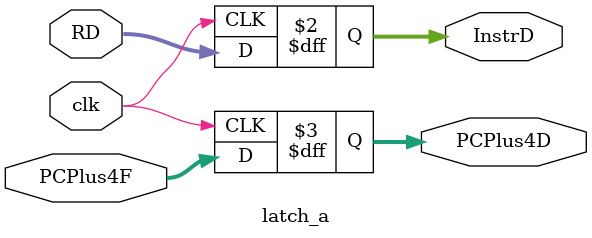
<source format=v>
module latch_a(
    input   clk,
    input       [31:0] RD,
    input       [31:0] PCPlus4F,
    output  reg [31:0] InstrD,
    output  reg [31:0] PCPlus4D
);


always @(posedge clk)begin

        InstrD <= RD;
        PCPlus4D <= PCPlus4F;
    end


endmodule
</source>
